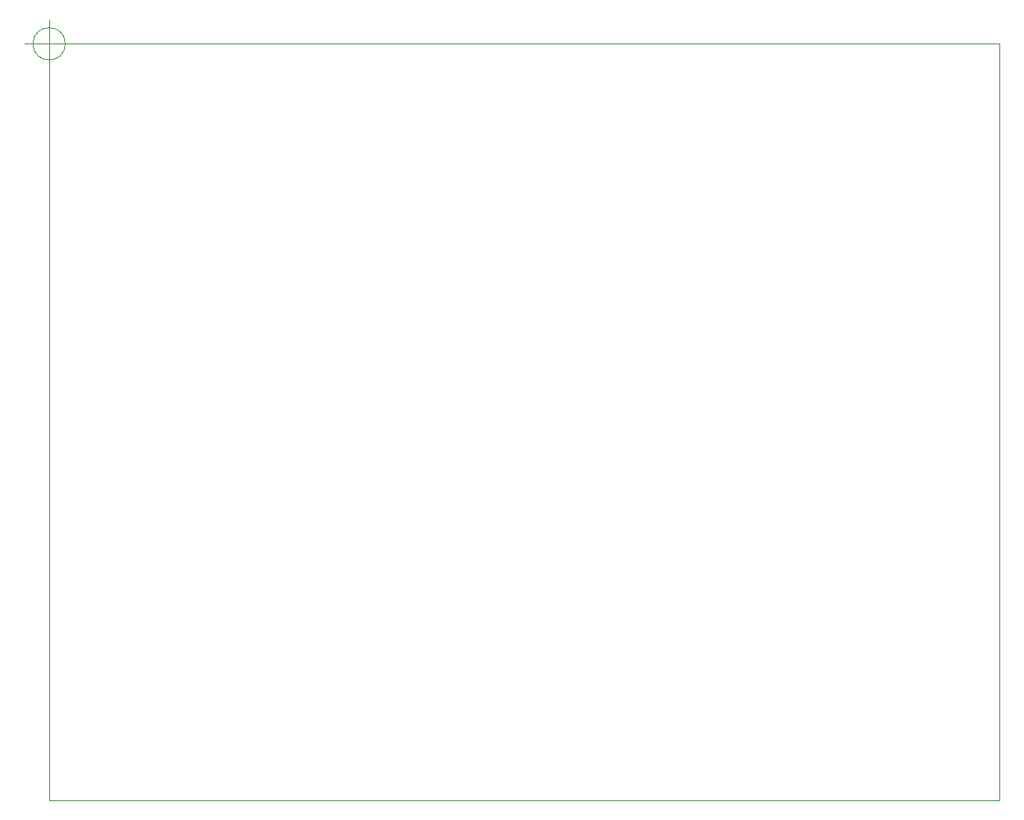
<source format=gbr>
G04 #@! TF.FileFunction,Profile,NP*
%FSLAX46Y46*%
G04 Gerber Fmt 4.6, Leading zero omitted, Abs format (unit mm)*
G04 Created by KiCad (PCBNEW 4.0.2-stable) date 30/01/2018 13:09:08*
%MOMM*%
G01*
G04 APERTURE LIST*
%ADD10C,0.100000*%
G04 APERTURE END LIST*
D10*
X74666666Y-35000000D02*
G75*
G03X74666666Y-35000000I-1666666J0D01*
G01*
X70500000Y-35000000D02*
X75500000Y-35000000D01*
X73000000Y-32500000D02*
X73000000Y-37500000D01*
X73000000Y-35000000D02*
X73000000Y-113000000D01*
X171000000Y-35000000D02*
X73000000Y-35000000D01*
X171000000Y-113000000D02*
X171000000Y-35000000D01*
X73000000Y-113000000D02*
X171000000Y-113000000D01*
M02*

</source>
